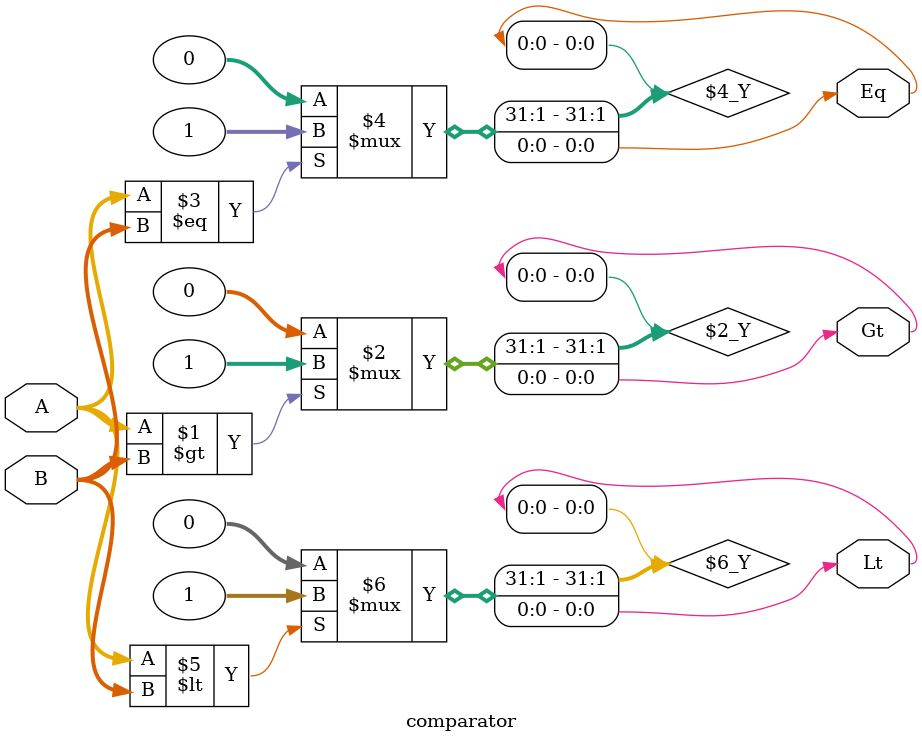
<source format=v>
`timescale 1ns / 1ps

module _1bit_comparator (
    input  A,
    input  B,
    output Gt,  //A>B
    output Eq,  //A==B
    output Lt   //A<B
);

  assign Gt = A & ~B;
  assign Eq = ~(A ^ B);
  assign Lt = ~A & B;

endmodule

module _2bit_comparator (
    input [1:0] A,
    input [1:0] B,
    output Gt,  //A>B
    output Eq,  //A==B
    output Lt  //A<B
);

  function automatic equal;
    input A, B;
    begin
      equal = ~(A ^ B);
    end
  endfunction

  function automatic lt;
    input A, B;
    begin
      lt = ~A & B;
    end
  endfunction

  function automatic gt;
    input A, B;
    begin
      gt = A & ~B;
    end
  endfunction

  assign Gt = gt(A[1], B[1]) | equal(A[1], B[1]) & gt(A[0], B[0]);
  assign Eq = equal(A[0], B[0]) | equal(A[0], B[0]);
  assign Lt = lt(A[1], B[1]) | equal(A[1], B[1]) & lt(A[0], B[0]);

endmodule


module _3bit_comparator (
    input [2:0] A,
    input [2:0] B,
    output Gt,  //A>B
    Eq,  //A==B
    Lt  //A<B
);
  // Define the full adder function
  function automatic equal;
    input A, B;
    begin
      equal = ~(A ^ B);
    end
  endfunction

  function automatic lt;
    input A, B;
    begin
      lt = ~A & B;
    end
  endfunction

  function automatic gt;
    input A, B;
    begin
      gt = A & ~B;
    end
  endfunction


  assign Eq = equal(A[0], B[0]) & equal(A[1], B[1]) & equal(A[2], B[2]);
  assign Lt = lt(
      A[2], B[2]
  ) | equal(
      A[2], B[2]
  ) & lt(
      A[1], B[1]
  ) | equal(
      A[2], B[2]
  ) & equal(
      A[1], B[1]
  ) & lt(
      A[0], B[0]
  );
  assign Gt = gt(
      A[2], B[2]
  ) | equal(
      A[2], B[2]
  ) & gt(
      A[1], B[1]
  ) | equal(
      A[2], B[2]
  ) & equal(
      A[1], B[1]
  ) & gt(
      A[0], B[0]
  );

endmodule



// a comparator can easily be done using the </>/= sign and leave verilog to
// handle the rest
module comparator (
    input [2:0] A,
    input [2:0] B,
    output wire Gt,  //A>B
    output wire Eq,  //A==B
    output wire Lt  //A<B
);

  assign Gt = (A > B) ? 1 : 0;
  assign Eq = (A == B) ? 1 : 0;
  assign Lt = (A < B) ? 1 : 0;

endmodule

</source>
